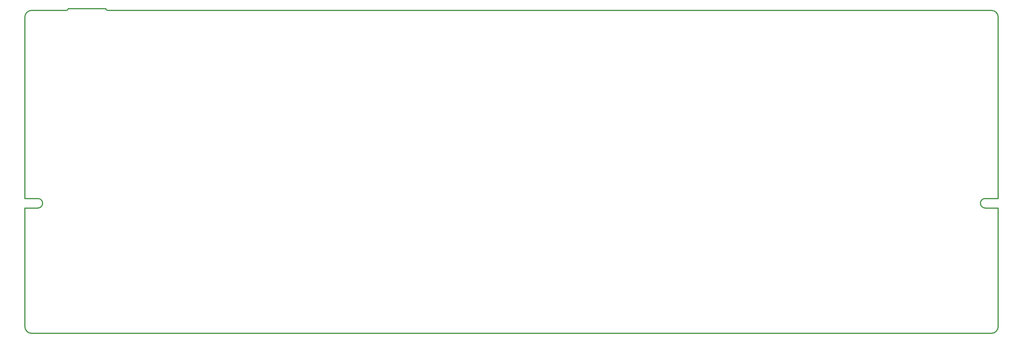
<source format=gm1>
%TF.GenerationSoftware,KiCad,Pcbnew,(5.1.10)-1*%
%TF.CreationDate,2022-02-26T14:39:07-08:00*%
%TF.ProjectId,keefighter,6b656566-6967-4687-9465-722e6b696361,rev?*%
%TF.SameCoordinates,Original*%
%TF.FileFunction,Profile,NP*%
%FSLAX46Y46*%
G04 Gerber Fmt 4.6, Leading zero omitted, Abs format (unit mm)*
G04 Created by KiCad (PCBNEW (5.1.10)-1) date 2022-02-26 14:39:07*
%MOMM*%
%LPD*%
G01*
G04 APERTURE LIST*
%TA.AperFunction,Profile*%
%ADD10C,0.300000*%
%TD*%
G04 APERTURE END LIST*
D10*
X68517003Y-191716540D02*
X349517003Y-191716540D01*
X349517003Y-97116540D02*
X90717003Y-97116540D01*
X66517003Y-189716540D02*
X66517003Y-155016540D01*
X66517003Y-155016540D02*
X70317003Y-155016540D01*
X70317003Y-152216540D02*
X66517003Y-152216540D01*
X66517003Y-152216540D02*
X66517003Y-99116540D01*
X351517003Y-155016540D02*
X351517003Y-189716540D01*
X351517003Y-152216540D02*
X351517003Y-99116540D01*
X347717003Y-155016540D02*
X351517003Y-155016540D01*
X347717003Y-152216540D02*
X351517003Y-152216540D01*
X79217003Y-96616540D02*
X90217003Y-96616540D01*
X68517003Y-97116540D02*
X78717003Y-97116540D01*
X90217003Y-96616540D02*
G75*
G03*
X90717003Y-97116540I500000J0D01*
G01*
X78717003Y-97116540D02*
G75*
G03*
X79217003Y-96616540I0J500000D01*
G01*
X70317003Y-155016540D02*
G75*
G03*
X71717003Y-153616540I0J1400000D01*
G01*
X347717003Y-155016540D02*
G75*
G02*
X346317003Y-153616540I0J1400000D01*
G01*
X346317003Y-153616540D02*
G75*
G02*
X347717003Y-152216540I1400000J0D01*
G01*
X71717003Y-153616540D02*
G75*
G03*
X70317003Y-152216540I-1400000J0D01*
G01*
X351517003Y-99116540D02*
G75*
G03*
X349517003Y-97116540I-2000000J0D01*
G01*
X349517003Y-191716540D02*
G75*
G03*
X351517003Y-189716540I0J2000000D01*
G01*
X66517003Y-189716540D02*
G75*
G03*
X68517003Y-191716540I2000000J0D01*
G01*
X68517003Y-97116540D02*
G75*
G03*
X66517003Y-99116540I0J-2000000D01*
G01*
M02*

</source>
